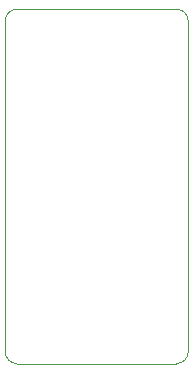
<source format=gm1>
G04 #@! TF.GenerationSoftware,KiCad,Pcbnew,7.0.7*
G04 #@! TF.CreationDate,2023-11-20T22:09:05+08:00*
G04 #@! TF.ProjectId,wago kf141v adapter,7761676f-206b-4663-9134-317620616461,rev?*
G04 #@! TF.SameCoordinates,Original*
G04 #@! TF.FileFunction,Profile,NP*
%FSLAX46Y46*%
G04 Gerber Fmt 4.6, Leading zero omitted, Abs format (unit mm)*
G04 Created by KiCad (PCBNEW 7.0.7) date 2023-11-20 22:09:05*
%MOMM*%
%LPD*%
G01*
G04 APERTURE LIST*
G04 #@! TA.AperFunction,Profile*
%ADD10C,0.100000*%
G04 #@! TD*
G04 APERTURE END LIST*
D10*
X138000000Y-72000000D02*
X151500000Y-72000000D01*
X138000000Y-102000000D02*
X151500000Y-102000000D01*
X137000000Y-73000000D02*
X137000000Y-101000000D01*
X151500000Y-102000000D02*
G75*
G03*
X152500000Y-101000000I0J1000000D01*
G01*
X152500000Y-73000000D02*
G75*
G03*
X151500000Y-72000000I-1000000J0D01*
G01*
X152500000Y-73000000D02*
X152500000Y-101000000D01*
X137000000Y-101000000D02*
G75*
G03*
X138000000Y-102000000I1000000J0D01*
G01*
X138000000Y-72000000D02*
G75*
G03*
X137000000Y-73000000I0J-1000000D01*
G01*
M02*

</source>
